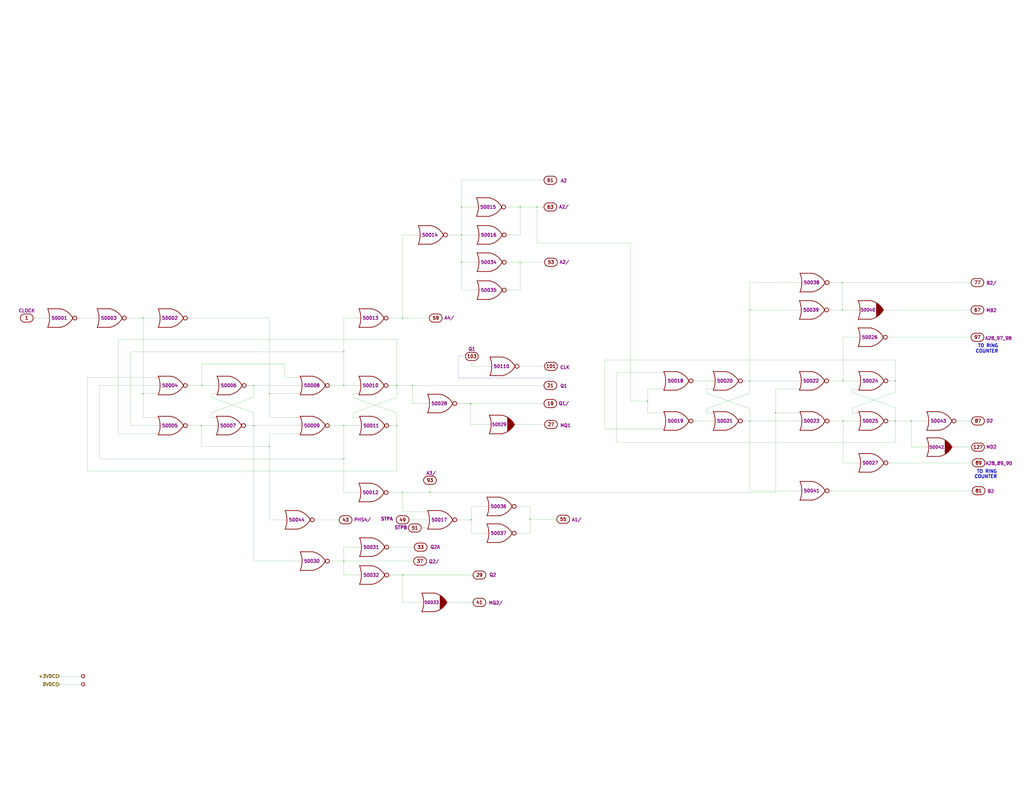
<source format=kicad_sch>
(kicad_sch (version 20211123) (generator eeschema)
  (paper "E")
  (title_block (title "BLOCK I LOGIC FLOW N, MODULE A28, DRAWING 1006552") (date "2018-11-23") (rev "Draft") (comment 1 "Modules A28"))
  (junction (at 818.515 338.455))
  (junction (at 433.07 464.82))
  (junction (at 375.285 501.015))
  (junction (at 439.42 537.845))
  (junction (at 503.555 286.385))
  (junction (at 439.42 347.345))
  (junction (at 450.215 421.005))
  (junction (at 567.69 226.06))
  (junction (at 433.07 421.005))
  (junction (at 375.285 421.005))
  (junction (at 586.105 226.06))
  (junction (at 220.345 421.005))
  (junction (at 503.555 226.06))
  (junction (at 977.265 415.925))
  (junction (at 919.48 308.61))
  (junction (at 219.71 464.82))
  (junction (at 818.515 415.925))
  (junction (at 375.285 612.775))
  (junction (at 375.285 464.82))
  (junction (at 503.555 256.54))
  (junction (at 513.715 440.69))
  (junction (at 439.42 628.015))
  (junction (at 818.515 459.74))
  (junction (at 578.485 567.055))
  (junction (at 920.115 459.74))
  (junction (at 846.455 450.85))
  (junction (at 994.41 459.74))
  (junction (at 156.21 347.345))
  (junction (at 294.005 487.68))
  (junction (at 375.285 384.175))
  (junction (at 156.21 429.895))
  (junction (at 706.755 438.15))
  (junction (at 294.005 429.895))
  (junction (at 977.265 459.74))
  (junction (at 276.86 421.005))
  (junction (at 276.86 464.82))
  (junction (at 469.265 537.845))
  (junction (at 919.48 338.455))
  (junction (at 567.69 286.385))
  (junction (at 514.35 567.69))
  (junction (at 920.115 415.925))
  (wire (pts (xy 463.55 576.58) (xy 459.74 576.58)))
  (wire (pts (xy 276.86 464.82) (xy 276.86 612.775)))
  (wire (pts (xy 454.025 256.54) (xy 439.42 256.54)))
  (wire (pts (xy 673.1 483.235) (xy 977.265 483.235)))
  (wire (pts (xy 659.765 468.63) (xy 721.36 468.63)))
  (wire (pts (xy 433.07 421.005) (xy 450.215 421.005)))
  (wire (pts (xy 586.105 265.43) (xy 688.34 265.43)))
  (wire (pts (xy 818.515 446.405) (xy 771.525 429.26)))
  (wire (pts (xy 555.625 226.06) (xy 567.69 226.06)))
  (wire (pts (xy 908.05 338.455) (xy 919.48 338.455)))
  (wire (pts (xy 385.445 455.93) (xy 389.255 455.93)))
  (polyline (pts (xy 500.38 412.75) (xy 600.71 412.75)))
  (wire (pts (xy 95.25 514.35) (xy 95.25 412.115)))
  (wire (pts (xy 920.115 505.46) (xy 934.72 505.46)))
  (wire (pts (xy 920.115 415.925) (xy 934.72 415.925)))
  (wire (pts (xy 503.555 256.54) (xy 492.125 256.54)))
  (wire (pts (xy 818.515 338.455) (xy 818.515 308.61)))
  (wire (pts (xy 919.48 338.455) (xy 934.085 338.455)))
  (wire (pts (xy 818.515 459.74) (xy 818.515 446.405)))
  (wire (pts (xy 977.265 415.925) (xy 977.265 427.99)))
  (wire (pts (xy 294.005 487.68) (xy 294.005 473.71)))
  (wire (pts (xy 433.07 421.005) (xy 433.07 433.705)))
  (wire (pts (xy 532.13 400.05) (xy 514.985 400.05)))
  (wire (pts (xy 514.35 567.69) (xy 514.35 582.295)))
  (wire (pts (xy 170.18 421.005) (xy 108.585 421.005)))
  (polyline (pts (xy 506.73 388.62) (xy 500.38 388.62)))
  (wire (pts (xy 818.515 459.74) (xy 870.585 459.74)))
  (wire (pts (xy 276.86 433.705) (xy 230.505 450.85)))
  (wire (pts (xy 972.82 459.74) (xy 977.265 459.74)))
  (wire (pts (xy 994.41 459.74) (xy 994.41 488.315)))
  (wire (pts (xy 994.41 459.74) (xy 1009.015 459.74)))
  (wire (pts (xy 375.285 628.015) (xy 389.89 628.015)))
  (wire (pts (xy 375.285 612.775) (xy 375.285 628.015)))
  (wire (pts (xy 64.77 747.395) (xy 88.9 747.395)))
  (wire (pts (xy 659.765 393.065) (xy 659.765 468.63)))
  (wire (pts (xy 433.07 514.35) (xy 95.25 514.35)))
  (wire (pts (xy 450.215 421.005) (xy 593.725 421.005)))
  (wire (pts (xy 294.005 429.895) (xy 294.005 455.93)))
  (wire (pts (xy 567.69 286.385) (xy 567.69 316.865)))
  (wire (pts (xy 95.25 412.115) (xy 169.545 412.115)))
  (wire (pts (xy 363.22 464.82) (xy 375.285 464.82)))
  (wire (pts (xy 760.095 415.925) (xy 775.97 415.925)))
  (wire (pts (xy 567.69 226.06) (xy 567.69 256.54)))
  (wire (pts (xy 514.35 553.085) (xy 528.955 553.085)))
  (wire (pts (xy 230.505 433.705) (xy 230.505 429.895)))
  (wire (pts (xy 450.215 421.005) (xy 450.215 440.69)))
  (wire (pts (xy 502.285 440.69) (xy 513.715 440.69)))
  (wire (pts (xy 513.715 440.69) (xy 593.725 440.69)))
  (wire (pts (xy 503.555 316.865) (xy 518.16 316.865)))
  (wire (pts (xy 969.645 338.455) (xy 1059.815 338.455)))
  (wire (pts (xy 556.26 286.385) (xy 567.69 286.385)))
  (wire (pts (xy 818.515 429.26) (xy 818.515 415.925)))
  (wire (pts (xy 230.505 429.895) (xy 233.68 429.895)))
  (wire (pts (xy 706.755 438.15) (xy 706.755 424.815)))
  (wire (pts (xy 385.445 434.34) (xy 385.445 429.895)))
  (wire (pts (xy 427.99 628.015) (xy 439.42 628.015)))
  (wire (pts (xy 706.755 424.815) (xy 721.36 424.815)))
  (wire (pts (xy 567.69 316.865) (xy 556.26 316.865)))
  (wire (pts (xy 271.78 464.82) (xy 276.86 464.82)))
  (wire (pts (xy 156.21 347.345) (xy 170.18 347.345)))
  (wire (pts (xy 930.275 445.77) (xy 930.275 450.85)))
  (wire (pts (xy 375.285 612.775) (xy 451.485 612.775)))
  (wire (pts (xy 513.715 463.55) (xy 531.495 463.55)))
  (wire (pts (xy 128.905 370.84) (xy 128.905 473.71)))
  (wire (pts (xy 439.42 558.8) (xy 463.55 558.8)))
  (wire (pts (xy 567.69 286.385) (xy 594.36 286.385)))
  (polyline (pts (xy 500.38 388.62) (xy 500.38 412.75)))
  (wire (pts (xy 814.07 415.925) (xy 818.515 415.925)))
  (wire (pts (xy 208.28 421.005) (xy 220.345 421.005)))
  (wire (pts (xy 375.285 537.845) (xy 389.255 537.845)))
  (wire (pts (xy 919.48 308.61) (xy 908.685 308.61)))
  (wire (pts (xy 439.42 628.015) (xy 516.255 628.015)))
  (wire (pts (xy 433.07 464.82) (xy 433.07 514.35)))
  (wire (pts (xy 375.285 501.015) (xy 375.285 537.845)))
  (wire (pts (xy 450.215 440.69) (xy 464.185 440.69)))
  (wire (pts (xy 994.41 488.315) (xy 1009.015 488.315)))
  (wire (pts (xy 818.515 535.94) (xy 870.585 535.94)))
  (wire (pts (xy 908.05 415.925) (xy 920.115 415.925)))
  (wire (pts (xy 156.21 455.93) (xy 156.21 429.895)))
  (wire (pts (xy 930.275 424.815) (xy 934.085 424.815)))
  (wire (pts (xy 578.485 567.055) (xy 578.485 553.085)))
  (wire (pts (xy 517.525 226.06) (xy 503.555 226.06)))
  (wire (pts (xy 930.275 450.85) (xy 934.085 450.85)))
  (wire (pts (xy 276.86 464.82) (xy 276.86 450.85)))
  (wire (pts (xy 433.07 421.005) (xy 433.07 370.84)))
  (wire (pts (xy 972.82 415.925) (xy 977.265 415.925)))
  (wire (pts (xy 389.255 347.345) (xy 375.285 347.345)))
  (wire (pts (xy 439.42 657.86) (xy 457.835 657.86)))
  (wire (pts (xy 363.22 612.775) (xy 375.285 612.775)))
  (wire (pts (xy 427.99 464.82) (xy 433.07 464.82)))
  (wire (pts (xy 673.1 407.035) (xy 673.1 483.235)))
  (wire (pts (xy 310.515 397.51) (xy 220.345 397.51)))
  (wire (pts (xy 230.505 450.85) (xy 230.505 455.93)))
  (wire (pts (xy 375.285 501.015) (xy 375.285 464.82)))
  (wire (pts (xy 503.555 196.85) (xy 503.555 226.06)))
  (wire (pts (xy 375.285 384.175) (xy 375.285 421.005)))
  (wire (pts (xy 688.34 265.43) (xy 688.34 438.15)))
  (wire (pts (xy 818.515 459.74) (xy 818.515 535.94)))
  (wire (pts (xy 567.69 256.54) (xy 556.26 256.54)))
  (wire (pts (xy 771.525 429.26) (xy 771.525 424.815)))
  (wire (pts (xy 593.725 196.85) (xy 503.555 196.85)))
  (wire (pts (xy 503.555 226.06) (xy 503.555 256.54)))
  (wire (pts (xy 439.42 347.345) (xy 468.63 347.345)))
  (wire (pts (xy 920.115 459.74) (xy 934.72 459.74)))
  (wire (pts (xy 141.605 347.345) (xy 156.21 347.345)))
  (wire (pts (xy 64.77 738.505) (xy 88.9 738.505)))
  (wire (pts (xy 464.185 567.69) (xy 446.405 567.69)))
  (wire (pts (xy 1047.115 459.74) (xy 1060.45 459.74)))
  (wire (pts (xy 310.515 412.115) (xy 310.515 397.51)))
  (wire (pts (xy 230.505 455.93) (xy 233.045 455.93)))
  (wire (pts (xy 977.265 459.74) (xy 994.41 459.74)))
  (wire (pts (xy 142.875 384.175) (xy 375.285 384.175)))
  (wire (pts (xy 578.485 553.085) (xy 567.055 553.085)))
  (wire (pts (xy 846.455 424.815) (xy 869.315 424.815)))
  (wire (pts (xy 427.355 537.845) (xy 439.42 537.845)))
  (wire (pts (xy 977.265 393.065) (xy 659.765 393.065)))
  (wire (pts (xy 578.485 582.295) (xy 578.485 567.055)))
  (wire (pts (xy 706.755 450.85) (xy 721.36 450.85)))
  (wire (pts (xy 919.48 308.61) (xy 1059.815 308.61)))
  (wire (pts (xy 219.71 487.68) (xy 219.71 464.82)))
  (wire (pts (xy 427.99 597.535) (xy 452.12 597.535)))
  (wire (pts (xy 170.18 464.82) (xy 142.875 464.82)))
  (wire (pts (xy 439.42 347.345) (xy 427.355 347.345)))
  (wire (pts (xy 567.055 463.55) (xy 594.36 463.55)))
  (wire (pts (xy 771.525 450.85) (xy 771.525 446.405)))
  (wire (pts (xy 513.715 440.69) (xy 513.715 463.55)))
  (wire (pts (xy 294.005 487.68) (xy 219.71 487.68)))
  (wire (pts (xy 439.42 628.015) (xy 439.42 657.86)))
  (wire (pts (xy 294.005 455.93) (xy 324.485 455.93)))
  (wire (pts (xy 272.415 421.005) (xy 276.86 421.005)))
  (wire (pts (xy 363.22 421.005) (xy 375.285 421.005)))
  (wire (pts (xy 688.34 438.15) (xy 706.755 438.15)))
  (wire (pts (xy 294.005 473.71) (xy 324.485 473.71)))
  (wire (pts (xy 49.53 347.345) (xy 36.195 347.345)))
  (wire (pts (xy 294.005 347.345) (xy 294.005 429.895)))
  (wire (pts (xy 375.285 421.005) (xy 389.255 421.005)))
  (wire (pts (xy 771.525 446.405) (xy 818.515 429.26)))
  (wire (pts (xy 818.515 415.925) (xy 869.95 415.925)))
  (wire (pts (xy 586.105 226.06) (xy 593.725 226.06)))
  (wire (pts (xy 977.265 459.74) (xy 977.265 445.135)))
  (wire (pts (xy 385.445 450.85) (xy 385.445 455.93)))
  (wire (pts (xy 208.28 347.345) (xy 294.005 347.345)))
  (wire (pts (xy 108.585 501.015) (xy 375.285 501.015)))
  (wire (pts (xy 846.455 424.815) (xy 846.455 450.85)))
  (wire (pts (xy 108.585 421.005) (xy 108.585 501.015)))
  (wire (pts (xy 775.335 450.85) (xy 771.525 450.85)))
  (wire (pts (xy 514.35 582.295) (xy 528.955 582.295)))
  (wire (pts (xy 433.07 370.84) (xy 128.905 370.84)))
  (wire (pts (xy 920.115 459.74) (xy 920.115 505.46)))
  (wire (pts (xy 977.265 427.99) (xy 930.275 445.77)))
  (wire (pts (xy 220.345 421.005) (xy 234.315 421.005)))
  (wire (pts (xy 433.07 464.82) (xy 433.07 450.85)))
  (wire (pts (xy 439.42 256.54) (xy 439.42 347.345)))
  (wire (pts (xy 276.86 450.85) (xy 230.505 433.705)))
  (wire (pts (xy 908.685 535.94) (xy 1061.085 535.94)))
  (wire (pts (xy 930.275 428.625) (xy 930.275 424.815)))
  (wire (pts (xy 578.485 567.055) (xy 607.695 567.055)))
  (wire (pts (xy 721.36 407.035) (xy 673.1 407.035)))
  (wire (pts (xy 972.185 368.3) (xy 1059.815 368.3)))
  (wire (pts (xy 276.86 464.82) (xy 325.12 464.82)))
  (wire (pts (xy 389.89 597.535) (xy 375.285 597.535)))
  (wire (pts (xy 818.515 308.61) (xy 870.585 308.61)))
  (wire (pts (xy 276.86 612.775) (xy 325.12 612.775)))
  (wire (pts (xy 169.545 455.93) (xy 156.21 455.93)))
  (wire (pts (xy 846.455 537.845) (xy 469.265 537.845)))
  (wire (pts (xy 220.345 397.51) (xy 220.345 421.005)))
  (wire (pts (xy 375.285 464.82) (xy 389.89 464.82)))
  (wire (pts (xy 294.005 567.69) (xy 294.005 487.68)))
  (wire (pts (xy 846.455 450.85) (xy 846.455 537.845)))
  (wire (pts (xy 219.71 464.82) (xy 233.68 464.82)))
  (wire (pts (xy 375.285 597.535) (xy 375.285 612.775)))
  (wire (pts (xy 518.16 286.385) (xy 503.555 286.385)))
  (wire (pts (xy 375.285 347.345) (xy 375.285 384.175)))
  (wire (pts (xy 920.115 368.3) (xy 920.115 415.925)))
  (wire (pts (xy 514.35 567.69) (xy 514.35 553.085)))
  (wire (pts (xy 308.61 567.69) (xy 294.005 567.69)))
  (wire (pts (xy 433.07 450.85) (xy 385.445 434.34)))
  (wire (pts (xy 518.16 256.54) (xy 503.555 256.54)))
  (wire (pts (xy 502.285 567.69) (xy 514.35 567.69)))
  (wire (pts (xy 324.485 412.115) (xy 310.515 412.115)))
  (wire (pts (xy 503.555 286.385) (xy 503.555 316.865)))
  (wire (pts (xy 1044.575 488.315) (xy 1060.45 488.315)))
  (wire (pts (xy 570.23 400.05) (xy 594.36 400.05)))
  (wire (pts (xy 469.265 537.845) (xy 469.265 528.955)))
  (wire (pts (xy 706.755 438.15) (xy 706.755 450.85)))
  (wire (pts (xy 493.395 657.86) (xy 516.255 657.86)))
  (wire (pts (xy 977.265 445.135) (xy 930.275 428.625)))
  (wire (pts (xy 771.525 424.815) (xy 775.335 424.815)))
  (wire (pts (xy 919.48 338.455) (xy 919.48 308.61)))
  (wire (pts (xy 128.905 473.71) (xy 169.545 473.71)))
  (wire (pts (xy 814.07 459.74) (xy 818.515 459.74)))
  (wire (pts (xy 908.685 459.74) (xy 920.115 459.74)))
  (wire (pts (xy 503.555 256.54) (xy 503.555 286.385)))
  (wire (pts (xy 567.055 582.295) (xy 578.485 582.295)))
  (polyline (pts (xy 600.71 412.75) (xy 600.71 416.56)))
  (wire (pts (xy 977.265 415.925) (xy 977.265 393.065)))
  (wire (pts (xy 156.21 429.895) (xy 169.545 429.895)))
  (wire (pts (xy 439.42 537.845) (xy 469.265 537.845)))
  (wire (pts (xy 433.07 433.705) (xy 385.445 450.85)))
  (wire (pts (xy 385.445 429.895) (xy 388.62 429.895)))
  (wire (pts (xy 324.485 429.895) (xy 294.005 429.895)))
  (wire (pts (xy 208.28 464.82) (xy 219.71 464.82)))
  (wire (pts (xy 156.21 429.895) (xy 156.21 347.345)))
  (wire (pts (xy 427.355 421.005) (xy 433.07 421.005)))
  (wire (pts (xy 586.105 226.06) (xy 586.105 265.43)))
  (wire (pts (xy 439.42 537.845) (xy 439.42 558.8)))
  (wire (pts (xy 972.82 505.46) (xy 1061.085 505.46)))
  (wire (pts (xy 567.69 226.06) (xy 586.105 226.06)))
  (wire (pts (xy 276.86 421.005) (xy 325.12 421.005)))
  (wire (pts (xy 977.265 483.235) (xy 977.265 459.74)))
  (wire (pts (xy 142.875 464.82) (xy 142.875 384.175)))
  (wire (pts (xy 818.515 338.455) (xy 869.95 338.455)))
  (wire (pts (xy 818.515 415.925) (xy 818.515 338.455)))
  (wire (pts (xy 370.205 567.69) (xy 346.71 567.69)))
  (wire (pts (xy 760.095 459.74) (xy 775.97 459.74)))
  (wire (pts (xy 514.985 393.7) (xy 514.985 400.05)))
  (wire (pts (xy 846.455 450.85) (xy 869.95 450.85)))
  (wire (pts (xy 276.86 421.005) (xy 276.86 433.705)))
  (wire (pts (xy 87.63 347.345) (xy 103.505 347.345)))
  (wire (pts (xy 934.085 368.3) (xy 920.115 368.3)))
  (text "TO RING\nCOUNTER" (at 1089.66 385.445 180) (effects (font (size 3.556 3.556) (thickness 0.7112) bold) (justify right bottom)))
  (text "TO RING\nCOUNTER" (at 1088.39 522.605 180) (effects (font (size 3.556 3.556) (thickness 0.7112) bold) (justify right bottom)))
  (hierarchical_label "+3VDC" (shape input) (at 64.77 738.505 180) (effects (font (size 3.556 3.556) (thickness 0.7112) bold)))
  (hierarchical_label "0VDC" (shape input) (at 64.77 747.395 180) (effects (font (size 3.556 3.556) (thickness 0.7112) bold)))
  (symbol (lib_id "D3NOR-+3VDC-0VDC-nd1021041:D3NOR-+3VDC-0VDC-nd1021041-53_-___") (at 249.555 421.005 0) (mirror x) (unit 1)
    (property "Reference" "U607" (effects hide))
    (property "Value" "D3NOR-+3VDC-0VDC-nd1021041-53_-___" (effects hide))
    (property "Location" "50006" (at 249.555 421.005 0) (effects (font (size 3.556 3.556) bold)))
  )
  (symbol (lib_id "D3NOR-+3VDC-0VDC-nd1021041:D3NOR-+3VDC-0VDC-nd1021041-13_-___") (at 248.92 464.82 0) (unit 1)
    (property "Reference" "U606" (effects hide))
    (property "Value" "D3NOR-+3VDC-0VDC-nd1021041-13_-___" (effects hide))
    (property "Location" "50007" (at 248.92 464.82 0) (effects (font (size 3.556 3.556) bold)))
  )
  (symbol (lib_id "D3NOR-+3VDC-0VDC-nd1021041:D3NOR-+3VDC-0VDC-nd1021041-135-___") (at 185.42 421.005 0) (unit 1)
    (property "Reference" "U604" (effects hide))
    (property "Value" "D3NOR-+3VDC-0VDC-nd1021041-135-___" (effects hide))
    (property "Location" "50004" (at 185.42 421.005 0) (effects (font (size 3.556 3.556) bold)))
  )
  (symbol (lib_id "D3NOR-+3VDC-0VDC-nd1021041:D3NOR-+3VDC-0VDC-nd1021041-135-___") (at 185.42 464.82 0) (unit 1)
    (property "Reference" "U605" (effects hide))
    (property "Value" "D3NOR-+3VDC-0VDC-nd1021041-135-___" (effects hide))
    (property "Location" "50005" (at 185.42 464.82 0) (effects (font (size 3.556 3.556) bold)))
  )
  (symbol (lib_id "D3NOR-+3VDC-0VDC-nd1021041:D3NOR-+3VDC-0VDC-nd1021041-_3_-___") (at 185.42 347.345 0) (mirror x) (unit 1)
    (property "Reference" "U603" (effects hide))
    (property "Value" "D3NOR-+3VDC-0VDC-nd1021041-_3_-___" (effects hide))
    (property "Location" "50002" (at 185.42 347.345 0) (effects (font (size 3.556 3.556) bold)))
  )
  (symbol (lib_id "D3NOR-+3VDC-0VDC-nd1021041:D3NOR-+3VDC-0VDC-nd1021041-_3_-___") (at 118.745 347.345 0) (mirror x) (unit 1)
    (property "Reference" "U602" (effects hide))
    (property "Value" "D3NOR-+3VDC-0VDC-nd1021041-_3_-___" (effects hide))
    (property "Location" "50003" (at 118.745 347.345 0) (effects (font (size 3.556 3.556) bold)))
  )
  (symbol (lib_id "AGC_DSKY:ConnectorGeneric") (at 377.19 567.69 180) (unit 43)
    (property "Reference" "J1" (effects hide))
    (property "Value" "ConnectorGeneric" (effects hide))
    (property "Caption" "PHS4/" (at 395.605 565.15 0) (effects (font (size 3.556 3.556) bold) (justify bottom)))
  )
  (symbol (lib_id "D3NOR-+3VDC-0VDC-nd1021041:D3NOR-+3VDC-0VDC-nd1021041-_3_-___") (at 64.77 347.345 0) (mirror x) (unit 1)
    (property "Reference" "U601" (effects hide))
    (property "Value" "D3NOR-+3VDC-0VDC-nd1021041-_3_-___" (effects hide))
    (property "Location" "50001" (at 64.77 347.345 0) (effects (font (size 3.556 3.556) bold)))
  )
  (symbol (lib_id "AGC_DSKY:ConnectorGeneric") (at 600.71 226.06 180) (unit 63)
    (property "Reference" "J1" (effects hide))
    (property "Value" "ConnectorGeneric" (effects hide))
    (property "Caption" "A2/" (at 615.315 223.52 0) (effects (font (size 3.556 3.556) bold) (justify bottom)))
  )
  (symbol (lib_id "D3NOR-NC-0VDC-expander-nd1021041:D3NOR-NC-0VDC-expander-nd1021041-_3_-___") (at 546.735 463.55 0) (mirror x) (unit 1)
    (property "Reference" "U628" (effects hide))
    (property "Value" "D3NOR-NC-0VDC-expander-nd1021041-_3_-___" (effects hide))
    (property "Location" "50029" (at 544.83 463.55 0) (effects (font (size 3.302 3.302) bold)))
  )
  (symbol (lib_id "AGC_DSKY:ConnectorGeneric") (at 600.71 196.85 180) (unit 61)
    (property "Reference" "J1" (effects hide))
    (property "Value" "ConnectorGeneric" (effects hide))
    (property "Caption" "A2" (at 615.315 194.945 0) (effects (font (size 3.556 3.556) bold) (justify bottom)))
  )
  (symbol (lib_id "D3NOR-+3VDC-0VDC-nd1021041:D3NOR-+3VDC-0VDC-nd1021041-_3_-___") (at 885.825 535.94 0) (mirror x) (unit 1)
    (property "Reference" "U638" (effects hide))
    (property "Value" "D3NOR-+3VDC-0VDC-nd1021041-_3_-___" (effects hide))
    (property "Location" "50041" (at 885.825 535.94 0) (effects (font (size 3.556 3.556) bold)))
  )
  (symbol (lib_id "AGC_DSKY:ConnectorGeneric") (at 523.24 657.86 180) (unit 41)
    (property "Reference" "J1" (effects hide))
    (property "Value" "ConnectorGeneric" (effects hide))
    (property "Caption" "MQ2/" (at 541.02 655.955 0) (effects (font (size 3.556 3.556) bold) (justify bottom)))
  )
  (symbol (lib_id "D3NOR-+3VDC-0VDC-nd1021041:D3NOR-+3VDC-0VDC-nd1021041-135-___") (at 479.425 567.69 0) (unit 1)
    (property "Reference" "U621" (effects hide))
    (property "Value" "D3NOR-+3VDC-0VDC-nd1021041-135-___" (effects hide))
    (property "Location" "50017" (at 479.425 567.69 0) (effects (font (size 3.556 3.556) bold)))
  )
  (symbol (lib_id "D3NOR-+3VDC-0VDC-nd1021041:D3NOR-+3VDC-0VDC-nd1021041-135-___") (at 340.36 421.005 0) (unit 1)
    (property "Reference" "U609" (effects hide))
    (property "Value" "D3NOR-+3VDC-0VDC-nd1021041-135-___" (effects hide))
    (property "Location" "50008" (at 340.36 421.005 0) (effects (font (size 3.556 3.556) bold)))
  )
  (symbol (lib_id "D3NOR-+3VDC-0VDC-nd1021041:D3NOR-+3VDC-0VDC-nd1021041-135-___") (at 340.36 464.82 0) (unit 1)
    (property "Reference" "U610" (effects hide))
    (property "Value" "D3NOR-+3VDC-0VDC-nd1021041-135-___" (effects hide))
    (property "Location" "50009" (at 340.36 464.82 0) (effects (font (size 3.556 3.556) bold)))
  )
  (symbol (lib_id "D3NOR-+3VDC-0VDC-nd1021041:D3NOR-+3VDC-0VDC-nd1021041-13_-___") (at 885.825 459.74 0) (unit 1)
    (property "Reference" "U637" (effects hide))
    (property "Value" "D3NOR-+3VDC-0VDC-nd1021041-13_-___" (effects hide))
    (property "Location" "50023" (at 885.825 459.74 0) (effects (font (size 3.556 3.556) bold)))
  )
  (symbol (lib_id "D3NOR-+3VDC-0VDC-nd1021041:D3NOR-+3VDC-0VDC-nd1021041-13_-___") (at 791.21 459.74 0) (unit 1)
    (property "Reference" "U633" (effects hide))
    (property "Value" "D3NOR-+3VDC-0VDC-nd1021041-13_-___" (effects hide))
    (property "Location" "50021" (at 791.21 459.74 0) (effects (font (size 3.556 3.556) bold)))
  )
  (symbol (lib_id "AGC_DSKY:ConnectorGeneric") (at 458.47 612.775 180) (unit 37)
    (property "Reference" "J1" (effects hide))
    (property "Value" "ConnectorGeneric" (effects hide))
    (property "Caption" "Q2/" (at 473.71 610.87 0) (effects (font (size 3.556 3.556) bold) (justify bottom)))
  )
  (symbol (lib_id "AGC_DSKY:ConnectorGeneric") (at 1068.07 505.46 180) (unit 89)
    (property "Reference" "J1" (effects hide))
    (property "Value" "ConnectorGeneric" (effects hide))
    (property "Caption" "A28_89_90" (at 1090.295 503.555 0) (effects (font (size 3.556 3.556) bold) (justify bottom)))
  )
  (symbol (lib_id "AGC_DSKY:ConnectorGeneric") (at 439.42 567.69 0) (unit 49)
    (property "Reference" "J1" (effects hide))
    (property "Value" "ConnectorGeneric" (effects hide))
    (property "Caption" "STPA" (at 422.275 568.96 0) (effects (font (size 3.556 3.556) bold) (justify bottom)))
  )
  (symbol (lib_id "AGC_DSKY:ConnectorGeneric") (at 1068.07 535.94 180) (unit 81)
    (property "Reference" "J1" (effects hide))
    (property "Value" "ConnectorGeneric" (effects hide))
    (property "Caption" "B2" (at 1081.405 534.035 0) (effects (font (size 3.556 3.556) bold) (justify bottom)))
  )
  (symbol (lib_id "AGC_DSKY:ConnectorGeneric") (at 469.265 524.51 180) (unit 93) (convert 2)
    (property "Reference" "J1" (effects hide))
    (property "Value" "ConnectorGeneric" (effects hide))
    (property "Caption" "A3/" (at 470.535 514.35 0) (effects (font (size 3.556 3.556) bold) (justify bottom)))
  )
  (symbol (lib_id "AGC_DSKY:ConnectorGeneric") (at 1067.435 488.315 180) (unit 127)
    (property "Reference" "J1" (effects hide))
    (property "Value" "ConnectorGeneric" (effects hide))
    (property "Caption" "MD2" (at 1082.04 485.775 0) (effects (font (size 3.556 3.556) bold) (justify bottom)))
  )
  (symbol (lib_id "D3NOR-+3VDC-0VDC-nd1021041:D3NOR-+3VDC-0VDC-nd1021041-_3_-___") (at 885.19 338.455 0) (mirror x) (unit 1)
    (property "Reference" "U634" (effects hide))
    (property "Value" "D3NOR-+3VDC-0VDC-nd1021041-_3_-___" (effects hide))
    (property "Location" "50039" (at 885.19 338.455 0) (effects (font (size 3.556 3.556) bold)))
  )
  (symbol (lib_id "AGC_DSKY:ConnectorGeneric") (at 1066.8 338.455 180) (unit 67)
    (property "Reference" "J1" (effects hide))
    (property "Value" "ConnectorGeneric" (effects hide))
    (property "Caption" "MB2" (at 1082.04 336.55 0) (effects (font (size 3.556 3.556) bold) (justify bottom)))
  )
  (symbol (lib_id "D3NOR-+3VDC-0VDC-nd1021041:D3NOR-+3VDC-0VDC-nd1021041-13_-___") (at 949.96 459.74 0) (unit 1)
    (property "Reference" "U642" (effects hide))
    (property "Value" "D3NOR-+3VDC-0VDC-nd1021041-13_-___" (effects hide))
    (property "Location" "50025" (at 949.96 459.74 0) (effects (font (size 3.556 3.556) bold)))
  )
  (symbol (lib_id "D3NOR-+3VDC-0VDC-nd1021041:D3NOR-+3VDC-0VDC-nd1021041-_3_-___") (at 949.325 368.3 0) (mirror x) (unit 1)
    (property "Reference" "U640" (effects hide))
    (property "Value" "D3NOR-+3VDC-0VDC-nd1021041-_3_-___" (effects hide))
    (property "Location" "50026" (at 949.325 368.3 0) (effects (font (size 3.556 3.556) bold)))
  )
  (symbol (lib_id "D3NOR-+3VDC-0VDC-nd1021041:D3NOR-+3VDC-0VDC-nd1021041-_3_-___") (at 885.825 308.61 0) (mirror x) (unit 1)
    (property "Reference" "U636" (effects hide))
    (property "Value" "D3NOR-+3VDC-0VDC-nd1021041-_3_-___" (effects hide))
    (property "Location" "50038" (at 885.825 308.61 0) (effects (font (size 3.556 3.556) bold)))
  )
  (symbol (lib_id "D3NOR-+3VDC-0VDC-nd1021041:D3NOR-+3VDC-0VDC-nd1021041-_3_-___") (at 547.37 400.05 0) (mirror x) (unit 1)
    (property "Reference" "U629" (effects hide))
    (property "Value" "D3NOR-+3VDC-0VDC-nd1021041-_3_-___" (effects hide))
    (property "Location" "50110" (at 547.37 400.05 0) (effects (font (size 3.556 3.556) bold)))
  )
  (symbol (lib_id "AGC_DSKY:ConnectorGeneric") (at 459.105 597.535 180) (unit 33)
    (property "Reference" "J1" (effects hide))
    (property "Value" "ConnectorGeneric" (effects hide))
    (property "Caption" "Q2A" (at 474.98 594.995 0) (effects (font (size 3.556 3.556) bold) (justify bottom)))
  )
  (symbol (lib_id "AGC_DSKY:ConnectorGeneric") (at 601.345 286.385 180) (unit 53)
    (property "Reference" "J1" (effects hide))
    (property "Value" "ConnectorGeneric" (effects hide))
    (property "Caption" "A2/" (at 615.95 283.845 0) (effects (font (size 3.556 3.556) bold) (justify bottom)))
  )
  (symbol (lib_id "D3NOR-+3VDC-0VDC-nd1021041:D3NOR-+3VDC-0VDC-nd1021041-53_-___") (at 885.19 415.925 0) (mirror x) (unit 1)
    (property "Reference" "U635" (effects hide))
    (property "Value" "D3NOR-+3VDC-0VDC-nd1021041-53_-___" (effects hide))
    (property "Location" "50022" (at 885.19 415.925 0) (effects (font (size 3.556 3.556) bold)))
  )
  (symbol (lib_id "AGC_DSKY:ConnectorGeneric") (at 452.755 576.58 0) (unit 51)
    (property "Reference" "J1" (effects hide))
    (property "Value" "ConnectorGeneric" (effects hide))
    (property "Caption" "STPB" (at 437.515 578.485 0) (effects (font (size 3.556 3.556) bold) (justify bottom)))
  )
  (symbol (lib_id "AGC_DSKY:ConnectorGeneric") (at 1066.8 368.3 180) (unit 97)
    (property "Reference" "J1" (effects hide))
    (property "Value" "ConnectorGeneric" (effects hide))
    (property "Caption" "A28_97_98" (at 1089.66 367.03 0) (effects (font (size 3.556 3.556) bold) (justify bottom)))
  )
  (symbol (lib_id "AGC_DSKY:ConnectorGeneric") (at 600.71 440.69 180) (unit 19)
    (property "Reference" "J1" (effects hide))
    (property "Value" "ConnectorGeneric" (effects hide))
    (property "Caption" "Q1/" (at 615.315 438.15 0) (effects (font (size 3.556 3.556) bold) (justify bottom)))
  )
  (symbol (lib_id "D3NOR-+3VDC-0VDC-nd1021041:D3NOR-+3VDC-0VDC-nd1021041-53_-___") (at 791.21 415.925 0) (mirror x) (unit 1)
    (property "Reference" "U632" (effects hide))
    (property "Value" "D3NOR-+3VDC-0VDC-nd1021041-53_-___" (effects hide))
    (property "Location" "50020" (at 791.21 415.925 0) (effects (font (size 3.556 3.556) bold)))
  )
  (symbol (lib_id "AGC_DSKY:ConnectorGeneric") (at 475.615 347.345 180) (unit 59)
    (property "Reference" "J1" (effects hide))
    (property "Value" "ConnectorGeneric" (effects hide))
    (property "Caption" "A4/" (at 490.22 344.805 0) (effects (font (size 3.556 3.556) bold) (justify bottom)))
  )
  (symbol (lib_id "D3NOR-NC-0VDC-expander-nd1021041:D3NOR-NC-0VDC-expander-nd1021041-_3_-___") (at 949.325 338.455 0) (mirror x) (unit 1)
    (property "Reference" "U639" (effects hide))
    (property "Value" "D3NOR-NC-0VDC-expander-nd1021041-_3_-___" (effects hide))
    (property "Location" "50040" (at 947.42 338.455 0) (effects (font (size 3.302 3.302) bold)))
  )
  (symbol (lib_id "D3NOR-NC-0VDC-expander-nd1021041:D3NOR-NC-0VDC-expander-nd1021041-_3_-___") (at 1024.255 488.315 0) (mirror x) (unit 1)
    (property "Reference" "U645" (effects hide))
    (property "Value" "D3NOR-NC-0VDC-expander-nd1021041-_3_-___" (effects hide))
    (property "Location" "50042" (at 1022.35 488.315 0) (effects (font (size 3.302 3.302) bold)))
  )
  (symbol (lib_id "D3NOR-+3VDC-0VDC-nd1021041:D3NOR-+3VDC-0VDC-nd1021041-_3_-___") (at 532.765 226.06 0) (mirror x) (unit 1)
    (property "Reference" "U622" (effects hide))
    (property "Value" "D3NOR-+3VDC-0VDC-nd1021041-_3_-___" (effects hide))
    (property "Location" "50015" (at 532.765 226.06 0) (effects (font (size 3.556 3.556) bold)))
  )
  (symbol (lib_id "D3NOR-+3VDC-0VDC-nd1021041:D3NOR-+3VDC-0VDC-nd1021041-_3_-___") (at 469.265 256.54 0) (mirror x) (unit 1)
    (property "Reference" "U618" (effects hide))
    (property "Value" "D3NOR-+3VDC-0VDC-nd1021041-_3_-___" (effects hide))
    (property "Location" "50014" (at 469.265 256.54 0) (effects (font (size 3.556 3.556) bold)))
  )
  (symbol (lib_id "AGC_DSKY:ConnectorGeneric") (at 601.345 400.05 180) (unit 101)
    (property "Reference" "J1" (effects hide))
    (property "Value" "ConnectorGeneric" (effects hide))
    (property "Caption" "CLK" (at 616.585 398.78 0) (effects (font (size 3.556 3.556) bold) (justify bottom)))
  )
  (symbol (lib_id "D3NOR-+3VDC-0VDC-nd1021041:D3NOR-+3VDC-0VDC-nd1021041-_3_-___") (at 533.4 256.54 0) (mirror x) (unit 1)
    (property "Reference" "U623" (effects hide))
    (property "Value" "D3NOR-+3VDC-0VDC-nd1021041-_3_-___" (effects hide))
    (property "Location" "50016" (at 533.4 256.54 0) (effects (font (size 3.556 3.556) bold)))
  )
  (symbol (lib_id "D3NOR-+3VDC-0VDC-nd1021041:D3NOR-+3VDC-0VDC-nd1021041-13_-___") (at 405.13 464.82 0) (unit 1)
    (property "Reference" "U615" (effects hide))
    (property "Value" "D3NOR-+3VDC-0VDC-nd1021041-13_-___" (effects hide))
    (property "Location" "50011" (at 405.13 464.82 0) (effects (font (size 3.556 3.556) bold)))
  )
  (symbol (lib_id "D3NOR-+3VDC-0VDC-nd1021041:D3NOR-+3VDC-0VDC-nd1021041-53_-___") (at 404.495 421.005 0) (mirror x) (unit 1)
    (property "Reference" "U613" (effects hide))
    (property "Value" "D3NOR-+3VDC-0VDC-nd1021041-53_-___" (effects hide))
    (property "Location" "50010" (at 404.495 421.005 0) (effects (font (size 3.556 3.556) bold)))
  )
  (symbol (lib_id "D3NOR-+3VDC-0VDC-nd1021041:D3NOR-+3VDC-0VDC-nd1021041-_3_-___") (at 404.495 347.345 0) (mirror x) (unit 1)
    (property "Reference" "U612" (effects hide))
    (property "Value" "D3NOR-+3VDC-0VDC-nd1021041-_3_-___" (effects hide))
    (property "Location" "50013" (at 404.495 347.345 0) (effects (font (size 3.556 3.556) bold)))
  )
  (symbol (lib_id "D3NOR-+3VDC-0VDC-nd1021041:D3NOR-+3VDC-0VDC-nd1021041-_3_-___") (at 404.495 537.845 0) (mirror x) (unit 1)
    (property "Reference" "U614" (effects hide))
    (property "Value" "D3NOR-+3VDC-0VDC-nd1021041-_3_-___" (effects hide))
    (property "Location" "50012" (at 404.495 537.845 0) (effects (font (size 3.556 3.556) bold)))
  )
  (symbol (lib_id "D3NOR-+3VDC-0VDC-nd1021041:D3NOR-+3VDC-0VDC-nd1021041-_3_-___") (at 544.195 582.295 0) (mirror x) (unit 1)
    (property "Reference" "U627" (effects hide))
    (property "Value" "D3NOR-+3VDC-0VDC-nd1021041-_3_-___" (effects hide))
    (property "Location" "50037" (at 544.195 582.295 0) (effects (font (size 3.556 3.556) bold)))
  )
  (symbol (lib_id "D3NOR-+3VDC-0VDC-nd1021041:D3NOR-+3VDC-0VDC-nd1021041-_3_-___") (at 544.195 553.085 0) (mirror x) (unit 1)
    (property "Reference" "U626" (effects hide))
    (property "Value" "D3NOR-+3VDC-0VDC-nd1021041-_3_-___" (effects hide))
    (property "Location" "50036" (at 544.195 553.085 0) (effects (font (size 3.556 3.556) bold)))
  )
  (symbol (lib_id "D3NOR-+3VDC-0VDC-nd1021041:D3NOR-+3VDC-0VDC-nd1021041-_3_-___") (at 533.4 316.865 0) (mirror x) (unit 1)
    (property "Reference" "U625" (effects hide))
    (property "Value" "D3NOR-+3VDC-0VDC-nd1021041-_3_-___" (effects hide))
    (property "Location" "50035" (at 533.4 316.865 0) (effects (font (size 3.556 3.556) bold)))
  )
  (symbol (lib_id "D3NOR-+3VDC-0VDC-nd1021041:D3NOR-+3VDC-0VDC-nd1021041-_3_-___") (at 533.4 286.385 0) (mirror x) (unit 1)
    (property "Reference" "U624" (effects hide))
    (property "Value" "D3NOR-+3VDC-0VDC-nd1021041-_3_-___" (effects hide))
    (property "Location" "50034" (at 533.4 286.385 0) (effects (font (size 3.556 3.556) bold)))
  )
  (symbol (lib_id "D3NOR-+3VDC-0VDC-nd1021041:D3NOR-+3VDC-0VDC-nd1021041-1_5-___") (at 737.235 459.74 0) (unit 1)
    (property "Reference" "U631" (effects hide))
    (property "Value" "D3NOR-+3VDC-0VDC-nd1021041-1_5-___" (effects hide))
    (property "Location" "50019" (at 737.235 459.74 0) (effects (font (size 3.556 3.556) bold)))
  )
  (symbol (lib_id "D3NOR-+3VDC-0VDC-nd1021041:D3NOR-+3VDC-0VDC-nd1021041-_3_-___") (at 405.13 628.015 0) (mirror x) (unit 1)
    (property "Reference" "U617" (effects hide))
    (property "Value" "D3NOR-+3VDC-0VDC-nd1021041-_3_-___" (effects hide))
    (property "Location" "50032" (at 405.13 628.015 0) (effects (font (size 3.556 3.556) bold)))
  )
  (symbol (lib_id "D3NOR-+3VDC-0VDC-nd1021041:D3NOR-+3VDC-0VDC-nd1021041-_3_-___") (at 405.13 597.535 0) (mirror x) (unit 1)
    (property "Reference" "U616" (effects hide))
    (property "Value" "D3NOR-+3VDC-0VDC-nd1021041-_3_-___" (effects hide))
    (property "Location" "50031" (at 405.13 597.535 0) (effects (font (size 3.556 3.556) bold)))
  )
  (symbol (lib_id "D3NOR-+3VDC-0VDC-nd1021041:D3NOR-+3VDC-0VDC-nd1021041-_3_-___") (at 340.36 612.775 0) (mirror x) (unit 1)
    (property "Reference" "U611" (effects hide))
    (property "Value" "D3NOR-+3VDC-0VDC-nd1021041-_3_-___" (effects hide))
    (property "Location" "50030" (at 340.36 612.775 0) (effects (font (size 3.556 3.556) bold)))
  )
  (symbol (lib_id "D3NOR-NC-0VDC-expander-nd1021041:D3NOR-NC-0VDC-expander-nd1021041-_3_-___") (at 473.075 657.86 0) (mirror x) (unit 1)
    (property "Reference" "U619" (effects hide))
    (property "Value" "D3NOR-NC-0VDC-expander-nd1021041-_3_-___" (effects hide))
    (property "Location" "50033" (at 471.17 657.86 0) (effects (font (size 3.302 3.302) bold)))
  )
  (symbol (lib_id "D3NOR-+3VDC-0VDC-nd1021041:D3NOR-+3VDC-0VDC-nd1021041-_3_-___") (at 949.96 505.46 0) (mirror x) (unit 1)
    (property "Reference" "U643" (effects hide))
    (property "Value" "D3NOR-+3VDC-0VDC-nd1021041-_3_-___" (effects hide))
    (property "Location" "50027" (at 949.96 505.46 0) (effects (font (size 3.556 3.556) bold)))
  )
  (symbol (lib_id "D3NOR-+3VDC-0VDC-nd1021041:D3NOR-+3VDC-0VDC-nd1021041-_3_-___") (at 323.85 567.69 0) (mirror x) (unit 1)
    (property "Reference" "U608" (effects hide))
    (property "Value" "D3NOR-+3VDC-0VDC-nd1021041-_3_-___" (effects hide))
    (property "Location" "50044" (at 323.85 567.69 0) (effects (font (size 3.556 3.556) bold)))
  )
  (symbol (lib_id "AGC_DSKY:ConnectorGeneric") (at 1067.435 459.74 180) (unit 87)
    (property "Reference" "J1" (effects hide))
    (property "Value" "ConnectorGeneric" (effects hide))
    (property "Caption" "D2" (at 1080.135 457.2 0) (effects (font (size 3.556 3.556) bold) (justify bottom)))
  )
  (symbol (lib_id "AGC_DSKY:ConnectorGeneric") (at 1066.8 308.61 180) (unit 77)
    (property "Reference" "J1" (effects hide))
    (property "Value" "ConnectorGeneric" (effects hide))
    (property "Caption" "B2/" (at 1082.04 306.705 0) (effects (font (size 3.556 3.556) bold) (justify bottom)))
  )
  (symbol (lib_id "D3NOR-+3VDC-0VDC-nd1021041:D3NOR-+3VDC-0VDC-nd1021041-_3_-___") (at 479.425 440.69 0) (mirror x) (unit 1)
    (property "Reference" "U620" (effects hide))
    (property "Value" "D3NOR-+3VDC-0VDC-nd1021041-_3_-___" (effects hide))
    (property "Location" "50028" (at 479.425 440.69 0) (effects (font (size 3.556 3.556) bold)))
  )
  (symbol (lib_id "AGC_DSKY:ConnectorGeneric") (at 614.68 567.055 180) (unit 55)
    (property "Reference" "J1" (effects hide))
    (property "Value" "ConnectorGeneric" (effects hide))
    (property "Caption" "A1/" (at 629.285 565.15 0) (effects (font (size 3.556 3.556) bold) (justify bottom)))
  )
  (symbol (lib_id "D3NOR-+3VDC-0VDC-nd1021041:D3NOR-+3VDC-0VDC-nd1021041-1_5-___") (at 737.235 415.925 0) (unit 1)
    (property "Reference" "U630" (effects hide))
    (property "Value" "D3NOR-+3VDC-0VDC-nd1021041-1_5-___" (effects hide))
    (property "Location" "50018" (at 737.235 415.925 0) (effects (font (size 3.556 3.556) bold)))
  )
  (symbol (lib_id "AGC_DSKY:ConnectorGeneric") (at 29.21 347.345 0) (unit 1)
    (property "Reference" "J1" (effects hide))
    (property "Value" "ConnectorGeneric" (effects hide))
    (property "Caption" "CLOCK" (at 29.21 341.63 0) (effects (font (size 3.556 3.556) bold) (justify bottom)))
  )
  (symbol (lib_id "D3NOR-+3VDC-0VDC-nd1021041:D3NOR-+3VDC-0VDC-nd1021041-53_-___") (at 949.96 415.925 0) (mirror x) (unit 1)
    (property "Reference" "U641" (effects hide))
    (property "Value" "D3NOR-+3VDC-0VDC-nd1021041-53_-___" (effects hide))
    (property "Location" "50024" (at 949.96 415.925 0) (effects (font (size 3.556 3.556) bold)))
  )
  (symbol (lib_id "AGC_DSKY:ConnectorGeneric") (at 601.345 463.55 180) (unit 27)
    (property "Reference" "J1" (effects hide))
    (property "Value" "ConnectorGeneric" (effects hide))
    (property "Caption" "MQ1" (at 617.22 462.28 0) (effects (font (size 3.556 3.556) bold) (justify bottom)))
  )
  (symbol (lib_id "AGC_DSKY:ConnectorGeneric") (at 600.71 421.005 180) (unit 21)
    (property "Reference" "J1" (effects hide))
    (property "Value" "ConnectorGeneric" (effects hide))
    (property "Caption" "Q1" (at 615.315 419.1 0) (effects (font (size 3.556 3.556) bold) (justify bottom)))
  )
  (symbol (lib_id "D3NOR-+3VDC-0VDC-nd1021041:D3NOR-+3VDC-0VDC-nd1021041-_3_-___") (at 1024.255 459.74 0) (mirror x) (unit 1)
    (property "Reference" "U644" (effects hide))
    (property "Value" "D3NOR-+3VDC-0VDC-nd1021041-_3_-___" (effects hide))
    (property "Location" "50043" (at 1024.255 459.74 0) (effects (font (size 3.556 3.556) bold)))
  )
  (symbol (lib_id "AGC_DSKY:ConnectorGeneric") (at 514.985 389.255 0) (mirror x) (unit 103) (convert 2)
    (property "Reference" "J1" (effects hide))
    (property "Value" "ConnectorGeneric" (effects hide))
    (property "Caption" "Q1" (at 514.985 383.54 0) (effects (font (size 3.556 3.556) bold) (justify top)))
  )
  (symbol (lib_id "AGC_DSKY:ConnectorGeneric") (at 523.24 628.015 180) (unit 29)
    (property "Reference" "J1" (effects hide))
    (property "Value" "ConnectorGeneric" (effects hide))
    (property "Caption" "Q2" (at 537.845 625.475 0) (effects (font (size 3.556 3.556) bold) (justify bottom)))
  )
  (symbol (lib_id "AGC_DSKY:Node2") (at 90.805 738.505 180) (unit 1)
    (property "Reference" "N601" (effects hide))
    (property "Value" "Node2" (effects hide))
    (property "Caption" "+3VDC" (effects hide))
  )
  (symbol (lib_id "AGC_DSKY:Node2") (at 90.805 747.395 180) (unit 1)
    (property "Reference" "N602" (effects hide))
    (property "Value" "Node2" (effects hide))
    (property "Caption" "0VDC" (effects hide))
  )
)
</source>
